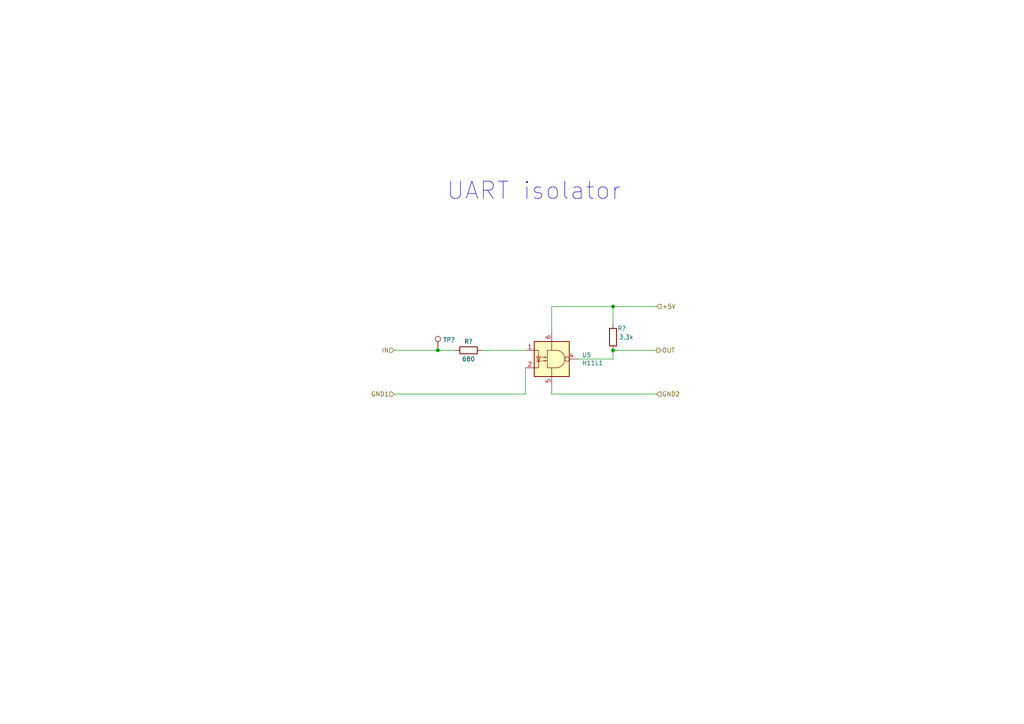
<source format=kicad_sch>
(kicad_sch (version 20231120) (generator "eeschema") (generator_version "8.0")
  (paper "A4")
  (title_block (title "Furnace 230V") (date "2021-08-26") (rev "1.0") (company "Yuriy Volkov"))
  (lib_symbols
    (symbol "furnace_230V-rescue:H11L1-Isolator" (pin_names (offset 1.016))
      (property "Reference" "U" (at 1.27 8.89 0))
      (property "Value" "H11L1-Isolator" (at 1.27 6.35 0))
      (symbol "H11L1-Isolator_0_1"
        (rectangle (start -5.08 5.08) (end 5.08 -5.08) (stroke (width 0.254)) (fill (type background)))
        (polyline (pts (xy -4.445 -0.635) (xy -3.175 -0.635)))
        (polyline (pts (xy 0 2.54) (xy 0 5.08)))
        (polyline (pts (xy 0 -2.54) (xy 0 -5.08) (xy 0 -3.81)))
        (polyline (pts (xy -5.08 -2.54) (xy -3.81 -2.54) (xy -3.81 2.54) (xy -5.08 2.54)))
        (polyline (pts (xy -3.81 -0.635) (xy -4.445 0.635) (xy -3.175 0.635) (xy -3.81 -0.635)))
        (polyline (pts (xy 1.27 -2.54) (xy -1.27 -2.54) (xy -1.27 2.54) (xy 1.27 2.54)))
        (polyline (pts (xy -2.794 -0.508) (xy -1.524 -0.508) (xy -1.905 -0.635) (xy -1.905 -0.381) (xy -1.524 -0.508)))
        (polyline (pts (xy -2.794 0.508) (xy -1.524 0.508) (xy -1.905 0.381) (xy -1.905 0.635) (xy -1.524 0.508)))
        (arc (start 1.27 -2.54) (mid 3.81 0) (end 1.27 2.54))
      )
      (symbol "H11L1-Isolator_1_1"
        (pin passive line (at -7.62 2.54 0) (length 2.54) (name "~") (number "1"))
        (pin passive line (at -7.62 -2.54 0) (length 2.54) (name "~") (number "2"))
        (pin no_connect line (at -5.08 0 0) (length 2.54) hide (name "~") (number "3"))
        (pin output inverted (at 7.62 0 180) (length 3.81) (name "~") (number "4"))
        (pin power_in line (at 0 -7.62 90) (length 2.54) (name "~") (number "5"))
        (pin power_in line (at 0 7.62 270) (length 2.54) (name "~") (number "6"))
      )
    )
    (symbol "furnace_230V-rescue:R-Device" (pin_numbers hide) (pin_names (offset 0))
      (property "Reference" "R" (at 2.032 0 90))
      (property "Value" "R-Device" (at 0 0 90))
      (symbol "R-Device_0_1"
        (rectangle (start -1.016 -2.54) (end 1.016 2.54) (stroke (width 0.254)))
      )
      (symbol "R-Device_1_1"
        (pin passive line (at 0 3.81 270) (length 1.27) (name "~") (number "1"))
        (pin passive line (at 0 -3.81 90) (length 1.27) (name "~") (number "2"))
      )
    )
    (symbol "furnace_230V-rescue:TestPoint-Connector" (pin_numbers hide) (pin_names (offset 0.762) hide)
      (property "Reference" "TP" (at 0 6.858 0))
      (property "Value" "TestPoint-Connector" (at 0 5.08 0))
      (symbol "TestPoint-Connector_0_1"
        (circle (center 0 3.302) (radius 0.762))
      )
      (symbol "TestPoint-Connector_1_1"
        (pin passive line (at 0 0 90) (length 2.54) (name "1") (number "1"))
      )
    )
  )
  (junction (at 177.8 101.6))
  (junction (at 177.8 88.9))
  (junction (at 127 101.6))
  (wire (pts (xy 160.02 88.9) (xy 177.8 88.9)))
  (wire (pts (xy 160.02 114.3) (xy 190.5 114.3)))
  (wire (pts (xy 127 101.6) (xy 132.08 101.6)))
  (wire (pts (xy 139.7 101.6) (xy 152.4 101.6)))
  (wire (pts (xy 160.02 111.76) (xy 160.02 114.3)))
  (wire (pts (xy 177.8 88.9) (xy 190.5 88.9)))
  (wire (pts (xy 177.8 104.14) (xy 177.8 101.6)))
  (wire (pts (xy 177.8 101.6) (xy 190.5 101.6)))
  (wire (pts (xy 160.02 96.52) (xy 160.02 88.9)))
  (wire (pts (xy 114.3 101.6) (xy 127 101.6)))
  (wire (pts (xy 167.64 104.14) (xy 177.8 104.14)))
  (wire (pts (xy 177.8 93.98) (xy 177.8 88.9)))
  (wire (pts (xy 152.4 114.3) (xy 114.3 114.3)))
  (wire (pts (xy 152.4 106.68) (xy 152.4 114.3)))
  (text "UART isolator" (at 180.34 58.42 0) (effects (font (size 5.0038 5.0038)) (justify right bottom)))
  (hierarchical_label "OUT" (shape output) (at 190.5 101.6 0))
  (hierarchical_label "GND2" (shape input) (at 190.5 114.3 0))
  (hierarchical_label "+5V" (shape input) (at 190.5 88.9 0))
  (hierarchical_label "IN" (shape input) (at 114.3 101.6 180))
  (hierarchical_label "GND1" (shape input) (at 114.3 114.3 180))
  (symbol (lib_id "furnace_230V-rescue:H11L1-Isolator") (at 160.02 104.14 0) (unit 1)
    (property "Reference" "U5" (at 168.7576 102.9716 0) (effects (justify left)))
    (property "Value" "H11L1" (at 168.7576 105.283 0) (effects (justify left)))
    (property "Footprint" "Package_DIP:DIP-6_W7.62mm_LongPads" (effects (hide yes)))
    (property "Datasheet" "https://www.onsemi.com/pub/Collateral/H11L3M-D.PDF" (effects (hide yes)))
  )
  (symbol (lib_id "furnace_230V-rescue:R-Device") (at 135.89 101.6 270) (unit 1)
    (property "Reference" "R?" (at 135.89 99.06 90))
    (property "Value" "680" (at 135.89 104.14 90))
    (property "Footprint" "Resistor_SMD:R_0603_1608Metric_Pad1.05x0.95mm_HandSolder" (effects (hide yes)))
    (instances (project "" (path "" (reference "R?") (unit 1)) (path "" (reference "R14") (unit 1))))
  )
  (symbol (lib_id "furnace_230V-rescue:R-Device") (at 177.8 97.79 0) (unit 1)
    (property "Reference" "R?" (at 180.34 95.25 0))
    (property "Value" "3,3k" (at 181.61 97.79 0))
    (property "Footprint" "Resistor_SMD:R_0603_1608Metric_Pad1.05x0.95mm_HandSolder" (effects (hide yes)))
    (instances (project "" (path "" (reference "R?") (unit 1)) (path "" (reference "R15") (unit 1))))
  )
  (symbol (lib_id "furnace_230V-rescue:TestPoint-Connector") (at 127 101.6 0) (unit 1)
    (property "Reference" "TP?" (at 128.4732 98.6028 0) (effects (justify left)))
    (property "Value" "TestPoint" (effects (hide yes)))
    (property "Footprint" "furnace_230V:TP" (effects (hide yes)))
    (instances (project "" (path "" (reference "TP?") (unit 1)) (path "" (reference "TP?") (unit 1)) (path "" (reference "TP10") (unit 1))))
  )
)
</source>
